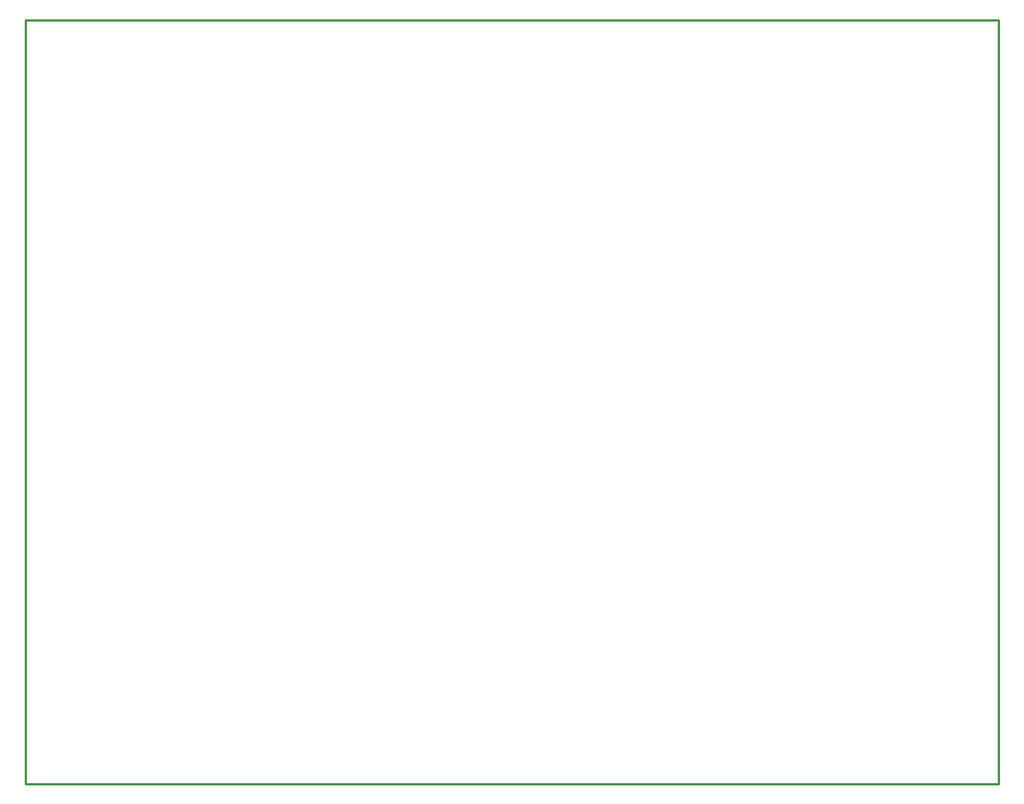
<source format=gbr>
G04 EAGLE Gerber RS-274X export*
G75*
%MOMM*%
%FSLAX34Y34*%
%LPD*%
%IN*%
%IPPOS*%
%AMOC8*
5,1,8,0,0,1.08239X$1,22.5*%
G01*
%ADD10C,0.254000*%


D10*
X0Y-76200D02*
X1066800Y-76200D01*
X1066800Y762000D01*
X0Y762000D01*
X0Y-76200D01*
M02*

</source>
